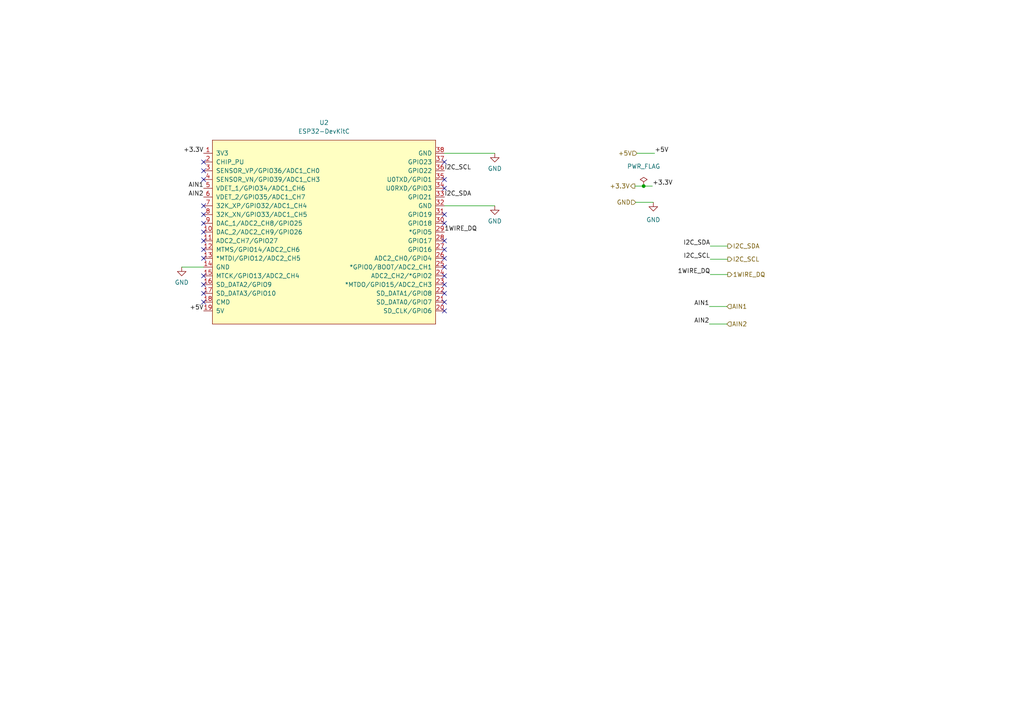
<source format=kicad_sch>
(kicad_sch (version 20211123) (generator eeschema)
  (paper "A4")
  (lib_symbols
    (symbol "Espressif:ESP32-DevKitC" (pin_names (offset 1.016))
      (property "Reference" "U" (at -8.89 26.67 0))
      (property "Value" "ESP32-DevKitC" (at 0 -29.21 0))
      (symbol "ESP32-DevKitC_0_0"
        (pin power_in line (at -33.02 -11.43 0) (length 2.54) (name "GND") (number "14"))
        (pin power_in line (at -33.02 -24.13 0) (length 2.54) (name "5V") (number "19"))
      )
      (symbol "ESP32-DevKitC_0_1"
        (rectangle (start -30.48 25.4) (end 34.29 -27.94) (fill (type background)))
      )
      (symbol "ESP32-DevKitC_1_1"
        (pin power_in line (at -33.02 21.59 0) (length 2.54) (name "3V3") (number "1"))
        (pin bidirectional line (at -33.02 -1.27 0) (length 2.54) (name "DAC_2/ADC2_CH9/GPIO26") (number "10"))
        (pin bidirectional line (at -33.02 -3.81 0) (length 2.54) (name "ADC2_CH7/GPIO27") (number "11"))
        (pin bidirectional line (at -33.02 -6.35 0) (length 2.54) (name "MTMS/GPIO14/ADC2_CH6") (number "12"))
        (pin bidirectional line (at -33.02 -8.89 0) (length 2.54) (name "*MTDI/GPIO12/ADC2_CH5") (number "13"))
        (pin bidirectional line (at -33.02 -13.97 0) (length 2.54) (name "MTCK/GPIO13/ADC2_CH4") (number "15"))
        (pin bidirectional line (at -33.02 -16.51 0) (length 2.54) (name "SD_DATA2/GPIO9") (number "16"))
        (pin bidirectional line (at -33.02 -19.05 0) (length 2.54) (name "SD_DATA3/GPIO10") (number "17"))
        (pin bidirectional line (at -33.02 -21.59 0) (length 2.54) (name "CMD") (number "18"))
        (pin input line (at -33.02 19.05 0) (length 2.54) (name "CHIP_PU") (number "2"))
        (pin bidirectional line (at 36.83 -24.13 180) (length 2.54) (name "SD_CLK/GPIO6") (number "20"))
        (pin bidirectional line (at 36.83 -21.59 180) (length 2.54) (name "SD_DATA0/GPIO7") (number "21"))
        (pin bidirectional line (at 36.83 -19.05 180) (length 2.54) (name "SD_DATA1/GPIO8") (number "22"))
        (pin bidirectional line (at 36.83 -16.51 180) (length 2.54) (name "*MTDO/GPIO15/ADC2_CH3") (number "23"))
        (pin bidirectional line (at 36.83 -13.97 180) (length 2.54) (name "ADC2_CH2/*GPIO2") (number "24"))
        (pin bidirectional line (at 36.83 -11.43 180) (length 2.54) (name "*GPIO0/BOOT/ADC2_CH1") (number "25"))
        (pin bidirectional line (at 36.83 -8.89 180) (length 2.54) (name "ADC2_CH0/GPIO4") (number "26"))
        (pin bidirectional line (at 36.83 -6.35 180) (length 2.54) (name "GPIO16") (number "27"))
        (pin bidirectional line (at 36.83 -3.81 180) (length 2.54) (name "GPIO17") (number "28"))
        (pin bidirectional line (at 36.83 -1.27 180) (length 2.54) (name "*GPIO5") (number "29"))
        (pin input line (at -33.02 16.51 0) (length 2.54) (name "SENSOR_VP/GPIO36/ADC1_CH0") (number "3"))
        (pin bidirectional line (at 36.83 1.27 180) (length 2.54) (name "GPIO18") (number "30"))
        (pin bidirectional line (at 36.83 3.81 180) (length 2.54) (name "GPIO19") (number "31"))
        (pin power_in line (at 36.83 6.35 180) (length 2.54) (name "GND") (number "32"))
        (pin bidirectional line (at 36.83 8.89 180) (length 2.54) (name "GPIO21") (number "33"))
        (pin bidirectional line (at 36.83 11.43 180) (length 2.54) (name "U0RXD/GPIO3") (number "34"))
        (pin bidirectional line (at 36.83 13.97 180) (length 2.54) (name "U0TXD/GPIO1") (number "35"))
        (pin bidirectional line (at 36.83 16.51 180) (length 2.54) (name "GPIO22") (number "36"))
        (pin bidirectional line (at 36.83 19.05 180) (length 2.54) (name "GPIO23") (number "37"))
        (pin power_in line (at 36.83 21.59 180) (length 2.54) (name "GND") (number "38"))
        (pin input line (at -33.02 13.97 0) (length 2.54) (name "SENSOR_VN/GPIO39/ADC1_CH3") (number "4"))
        (pin input line (at -33.02 11.43 0) (length 2.54) (name "VDET_1/GPIO34/ADC1_CH6") (number "5"))
        (pin input line (at -33.02 8.89 0) (length 2.54) (name "VDET_2/GPIO35/ADC1_CH7") (number "6"))
        (pin bidirectional line (at -33.02 6.35 0) (length 2.54) (name "32K_XP/GPIO32/ADC1_CH4") (number "7"))
        (pin bidirectional line (at -33.02 3.81 0) (length 2.54) (name "32K_XN/GPIO33/ADC1_CH5") (number "8"))
        (pin bidirectional line (at -33.02 1.27 0) (length 2.54) (name "DAC_1/ADC2_CH8/GPIO25") (number "9"))
      )
    )
    (symbol "power:GND" (power) (pin_names (offset 0))
      (property "Value" "GND" (at 0 -3.81 0))
      (symbol "GND_0_1"
        (polyline (pts (xy 0 0) (xy 0 -1.27) (xy 1.27 -1.27) (xy 0 -2.54) (xy -1.27 -1.27) (xy 0 -1.27)))
      )
      (symbol "GND_1_1"
        (pin power_in line (at 0 0 270) (length 0) hide (name "GND") (number "1"))
      )
    )
    (symbol "power:PWR_FLAG" (power) (pin_numbers hide) (pin_names (offset 0) hide)
      (property "Value" "PWR_FLAG" (at 0 3.81 0))
      (symbol "PWR_FLAG_0_0"
        (pin power_out line (at 0 0 90) (length 0) (name "pwr") (number "1"))
      )
      (symbol "PWR_FLAG_0_1"
        (polyline (pts (xy 0 0) (xy 0 1.27) (xy -1.016 1.905) (xy 0 2.54) (xy 1.016 1.905) (xy 0 1.27)))
      )
    )
  )
  (junction (at 186.69 53.975))
  (no_connect (at 59.055 87.63))
  (no_connect (at 59.055 64.77))
  (no_connect (at 59.055 52.07))
  (no_connect (at 59.055 85.09))
  (no_connect (at 59.055 46.99))
  (no_connect (at 59.055 62.23))
  (no_connect (at 128.905 82.55))
  (no_connect (at 128.905 85.09))
  (no_connect (at 128.905 87.63))
  (no_connect (at 128.905 90.17))
  (no_connect (at 128.905 69.85))
  (no_connect (at 128.905 64.77))
  (no_connect (at 128.905 74.93))
  (no_connect (at 128.905 46.99))
  (no_connect (at 128.905 72.39))
  (no_connect (at 59.055 74.93))
  (no_connect (at 59.055 67.31))
  (no_connect (at 59.055 59.69))
  (no_connect (at 59.055 80.01))
  (no_connect (at 128.905 52.07))
  (no_connect (at 59.055 49.53))
  (no_connect (at 128.905 62.23))
  (no_connect (at 128.905 80.01))
  (no_connect (at 59.055 69.85))
  (no_connect (at 59.055 72.39))
  (no_connect (at 59.055 82.55))
  (no_connect (at 128.905 77.47))
  (no_connect (at 128.905 54.61))
  (wire (pts (xy 128.905 44.45) (xy 143.51 44.45)))
  (wire (pts (xy 128.905 59.69) (xy 143.51 59.69)))
  (wire (pts (xy 205.994 79.629) (xy 211.074 79.629)))
  (wire (pts (xy 184.15 53.975) (xy 186.69 53.975)))
  (wire (pts (xy 205.74 93.98) (xy 210.82 93.98)))
  (wire (pts (xy 186.69 53.975) (xy 189.23 53.975)))
  (wire (pts (xy 205.994 71.374) (xy 211.074 71.374)))
  (wire (pts (xy 184.404 58.674) (xy 189.484 58.674)))
  (wire (pts (xy 52.705 77.47) (xy 59.055 77.47)))
  (wire (pts (xy 205.74 88.9) (xy 210.82 88.9)))
  (wire (pts (xy 205.994 75.184) (xy 211.074 75.184)))
  (wire (pts (xy 184.785 44.45) (xy 189.865 44.45)))
  (label "+5V" (at 59.055 90.17 180))
  (label "+3.3V" (at 59.055 44.45 180))
  (label "1WIRE_DQ" (at 205.994 79.629 180))
  (label "AIN2" (at 205.74 93.98 180))
  (label "AIN1" (at 59.055 54.61 180))
  (label "AIN1" (at 205.74 88.9 180))
  (label "I2C_SCL" (at 128.905 49.53 0))
  (label "1WIRE_DQ" (at 128.905 67.31 0))
  (label "I2C_SDA" (at 128.905 57.15 0))
  (label "I2C_SCL" (at 205.994 75.184 180))
  (label "AIN2" (at 59.055 57.15 180))
  (label "+5V" (at 189.865 44.45 0))
  (label "+3.3V" (at 189.23 53.975 0))
  (label "I2C_SDA" (at 205.994 71.374 180))
  (hierarchical_label "I2C_SCL" (shape output) (at 211.074 75.184 0))
  (hierarchical_label "+5V" (shape input) (at 184.785 44.45 180))
  (hierarchical_label "+3.3V" (shape output) (at 184.15 53.975 180))
  (hierarchical_label "AIN2" (shape input) (at 210.82 93.98 0))
  (hierarchical_label "AIN1" (shape input) (at 210.82 88.9 0))
  (hierarchical_label "GND" (shape input) (at 184.404 58.674 180))
  (hierarchical_label "1WIRE_DQ" (shape output) (at 211.074 79.629 0))
  (hierarchical_label "I2C_SDA" (shape output) (at 211.074 71.374 0))
  (symbol (lib_id "power:GND") (at 189.484 58.674 0) (unit 1)
    (property "Reference" "#PWR025" (effects hide))
    (property "Value" "GND" (at 189.484 63.754 0))
  )
  (symbol (lib_id "power:PWR_FLAG") (at 186.69 53.975 0) (unit 1)
    (property "Reference" "#FLG0102" (effects hide))
    (property "Value" "PWR_FLAG" (at 186.69 48.26 0))
  )
  (symbol (lib_id "Espressif:ESP32-DevKitC") (at 92.075 66.04 0) (unit 1)
    (property "Reference" "U2" (at 93.98 35.56 0))
    (property "Value" "ESP32-DevKitC" (at 93.98 38.1 0))
    (property "Footprint" "Espressif:ESP32-DevKitC" (effects hide))
    (property "Datasheet" "https://docs.espressif.com/projects/esp-idf/zh_CN/latest/esp32/hw-reference/esp32/get-started-devkitc.html" (effects hide))
    (property "LCSC" "n/a" (effects hide))
    (property "Note" "Through holes only" (effects hide))
  )
  (symbol (lib_id "power:GND") (at 143.51 44.45 0) (unit 1)
    (property "Reference" "#PWR024" (effects hide))
    (property "Value" "GND" (at 143.51 48.895 0))
  )
  (symbol (lib_id "power:GND") (at 143.51 59.69 0) (unit 1)
    (property "Reference" "#PWR0102" (effects hide))
    (property "Value" "GND" (at 143.51 64.135 0))
  )
  (symbol (lib_id "power:GND") (at 52.705 77.47 0) (unit 1)
    (property "Reference" "#PWR023" (effects hide))
    (property "Value" "GND" (at 52.705 81.915 0))
  )
)
</source>
